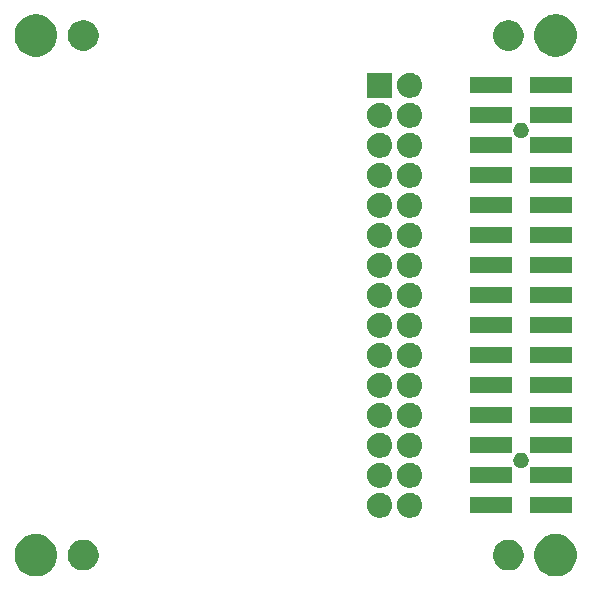
<source format=gbr>
G04 #@! TF.GenerationSoftware,KiCad,Pcbnew,5.0.2-bee76a0~70~ubuntu18.04.1*
G04 #@! TF.CreationDate,2019-05-12T18:15:27+09:00*
G04 #@! TF.ProjectId,top_pcb,746f705f-7063-4622-9e6b-696361645f70,rev?*
G04 #@! TF.SameCoordinates,Original*
G04 #@! TF.FileFunction,Soldermask,Top*
G04 #@! TF.FilePolarity,Negative*
%FSLAX46Y46*%
G04 Gerber Fmt 4.6, Leading zero omitted, Abs format (unit mm)*
G04 Created by KiCad (PCBNEW 5.0.2-bee76a0~70~ubuntu18.04.1) date 2019年05月12日 18時15分27秒*
%MOMM*%
%LPD*%
G01*
G04 APERTURE LIST*
%ADD10C,0.100000*%
G04 APERTURE END LIST*
D10*
G36*
X147409122Y-95246115D02*
X147525041Y-95269173D01*
X147852620Y-95404861D01*
X148143511Y-95599228D01*
X148147436Y-95601851D01*
X148398149Y-95852564D01*
X148398151Y-95852567D01*
X148595139Y-96147380D01*
X148730827Y-96474959D01*
X148800000Y-96822716D01*
X148800000Y-97177284D01*
X148730827Y-97525041D01*
X148595139Y-97852620D01*
X148400772Y-98143511D01*
X148398149Y-98147436D01*
X148147436Y-98398149D01*
X148147433Y-98398151D01*
X147852620Y-98595139D01*
X147525041Y-98730827D01*
X147409122Y-98753885D01*
X147177286Y-98800000D01*
X146822714Y-98800000D01*
X146590878Y-98753885D01*
X146474959Y-98730827D01*
X146147380Y-98595139D01*
X145852567Y-98398151D01*
X145852564Y-98398149D01*
X145601851Y-98147436D01*
X145599228Y-98143511D01*
X145404861Y-97852620D01*
X145269173Y-97525041D01*
X145200000Y-97177284D01*
X145200000Y-96822716D01*
X145269173Y-96474959D01*
X145404861Y-96147380D01*
X145601849Y-95852567D01*
X145601851Y-95852564D01*
X145852564Y-95601851D01*
X145856489Y-95599228D01*
X146147380Y-95404861D01*
X146474959Y-95269173D01*
X146590878Y-95246115D01*
X146822714Y-95200000D01*
X147177286Y-95200000D01*
X147409122Y-95246115D01*
X147409122Y-95246115D01*
G37*
G36*
X103409122Y-95246115D02*
X103525041Y-95269173D01*
X103852620Y-95404861D01*
X104143511Y-95599228D01*
X104147436Y-95601851D01*
X104398149Y-95852564D01*
X104398151Y-95852567D01*
X104595139Y-96147380D01*
X104730827Y-96474959D01*
X104800000Y-96822716D01*
X104800000Y-97177284D01*
X104730827Y-97525041D01*
X104595139Y-97852620D01*
X104400772Y-98143511D01*
X104398149Y-98147436D01*
X104147436Y-98398149D01*
X104147433Y-98398151D01*
X103852620Y-98595139D01*
X103525041Y-98730827D01*
X103409122Y-98753885D01*
X103177286Y-98800000D01*
X102822714Y-98800000D01*
X102590878Y-98753885D01*
X102474959Y-98730827D01*
X102147380Y-98595139D01*
X101852567Y-98398151D01*
X101852564Y-98398149D01*
X101601851Y-98147436D01*
X101599228Y-98143511D01*
X101404861Y-97852620D01*
X101269173Y-97525041D01*
X101200000Y-97177284D01*
X101200000Y-96822716D01*
X101269173Y-96474959D01*
X101404861Y-96147380D01*
X101601849Y-95852567D01*
X101601851Y-95852564D01*
X101852564Y-95601851D01*
X101856489Y-95599228D01*
X102147380Y-95404861D01*
X102474959Y-95269173D01*
X102590878Y-95246115D01*
X102822714Y-95200000D01*
X103177286Y-95200000D01*
X103409122Y-95246115D01*
X103409122Y-95246115D01*
G37*
G36*
X107379196Y-95749958D02*
X107615780Y-95847954D01*
X107828705Y-95990226D01*
X108009774Y-96171295D01*
X108152046Y-96384220D01*
X108250042Y-96620804D01*
X108300000Y-96871960D01*
X108300000Y-97128040D01*
X108250042Y-97379196D01*
X108152046Y-97615780D01*
X108009774Y-97828705D01*
X107828705Y-98009774D01*
X107615780Y-98152046D01*
X107379196Y-98250042D01*
X107128040Y-98300000D01*
X106871960Y-98300000D01*
X106620804Y-98250042D01*
X106384220Y-98152046D01*
X106171295Y-98009774D01*
X105990226Y-97828705D01*
X105847954Y-97615780D01*
X105749958Y-97379196D01*
X105700000Y-97128040D01*
X105700000Y-96871960D01*
X105749958Y-96620804D01*
X105847954Y-96384220D01*
X105990226Y-96171295D01*
X106171295Y-95990226D01*
X106384220Y-95847954D01*
X106620804Y-95749958D01*
X106871960Y-95700000D01*
X107128040Y-95700000D01*
X107379196Y-95749958D01*
X107379196Y-95749958D01*
G37*
G36*
X143379196Y-95749958D02*
X143615780Y-95847954D01*
X143828705Y-95990226D01*
X144009774Y-96171295D01*
X144152046Y-96384220D01*
X144250042Y-96620804D01*
X144300000Y-96871960D01*
X144300000Y-97128040D01*
X144250042Y-97379196D01*
X144152046Y-97615780D01*
X144009774Y-97828705D01*
X143828705Y-98009774D01*
X143615780Y-98152046D01*
X143379196Y-98250042D01*
X143128040Y-98300000D01*
X142871960Y-98300000D01*
X142620804Y-98250042D01*
X142384220Y-98152046D01*
X142171295Y-98009774D01*
X141990226Y-97828705D01*
X141847954Y-97615780D01*
X141749958Y-97379196D01*
X141700000Y-97128040D01*
X141700000Y-96871960D01*
X141749958Y-96620804D01*
X141847954Y-96384220D01*
X141990226Y-96171295D01*
X142171295Y-95990226D01*
X142384220Y-95847954D01*
X142620804Y-95749958D01*
X142871960Y-95700000D01*
X143128040Y-95700000D01*
X143379196Y-95749958D01*
X143379196Y-95749958D01*
G37*
G36*
X134773707Y-91737597D02*
X134850836Y-91745193D01*
X134982787Y-91785220D01*
X135048763Y-91805233D01*
X135231172Y-91902733D01*
X135391054Y-92033946D01*
X135522267Y-92193828D01*
X135619767Y-92376237D01*
X135619767Y-92376238D01*
X135679807Y-92574164D01*
X135700080Y-92780000D01*
X135679807Y-92985836D01*
X135639780Y-93117787D01*
X135619767Y-93183763D01*
X135522267Y-93366172D01*
X135391054Y-93526054D01*
X135231172Y-93657267D01*
X135048763Y-93754767D01*
X134982787Y-93774780D01*
X134850836Y-93814807D01*
X134773707Y-93822403D01*
X134696580Y-93830000D01*
X134593420Y-93830000D01*
X134516293Y-93822403D01*
X134439164Y-93814807D01*
X134307213Y-93774780D01*
X134241237Y-93754767D01*
X134058828Y-93657267D01*
X133898946Y-93526054D01*
X133767733Y-93366172D01*
X133670233Y-93183763D01*
X133650220Y-93117787D01*
X133610193Y-92985836D01*
X133589920Y-92780000D01*
X133610193Y-92574164D01*
X133670233Y-92376238D01*
X133670233Y-92376237D01*
X133767733Y-92193828D01*
X133898946Y-92033946D01*
X134058828Y-91902733D01*
X134241237Y-91805233D01*
X134307213Y-91785220D01*
X134439164Y-91745193D01*
X134516293Y-91737597D01*
X134593420Y-91730000D01*
X134696580Y-91730000D01*
X134773707Y-91737597D01*
X134773707Y-91737597D01*
G37*
G36*
X132233707Y-91737597D02*
X132310836Y-91745193D01*
X132442787Y-91785220D01*
X132508763Y-91805233D01*
X132691172Y-91902733D01*
X132851054Y-92033946D01*
X132982267Y-92193828D01*
X133079767Y-92376237D01*
X133079767Y-92376238D01*
X133139807Y-92574164D01*
X133160080Y-92780000D01*
X133139807Y-92985836D01*
X133099780Y-93117787D01*
X133079767Y-93183763D01*
X132982267Y-93366172D01*
X132851054Y-93526054D01*
X132691172Y-93657267D01*
X132508763Y-93754767D01*
X132442787Y-93774780D01*
X132310836Y-93814807D01*
X132233707Y-93822403D01*
X132156580Y-93830000D01*
X132053420Y-93830000D01*
X131976293Y-93822403D01*
X131899164Y-93814807D01*
X131767213Y-93774780D01*
X131701237Y-93754767D01*
X131518828Y-93657267D01*
X131358946Y-93526054D01*
X131227733Y-93366172D01*
X131130233Y-93183763D01*
X131110220Y-93117787D01*
X131070193Y-92985836D01*
X131049920Y-92780000D01*
X131070193Y-92574164D01*
X131130233Y-92376238D01*
X131130233Y-92376237D01*
X131227733Y-92193828D01*
X131358946Y-92033946D01*
X131518828Y-91902733D01*
X131701237Y-91805233D01*
X131767213Y-91785220D01*
X131899164Y-91745193D01*
X131976293Y-91737597D01*
X132053420Y-91730000D01*
X132156580Y-91730000D01*
X132233707Y-91737597D01*
X132233707Y-91737597D01*
G37*
G36*
X143324000Y-93480000D02*
X139774000Y-93480000D01*
X139774000Y-92080000D01*
X143324000Y-92080000D01*
X143324000Y-93480000D01*
X143324000Y-93480000D01*
G37*
G36*
X148374000Y-93480000D02*
X144824000Y-93480000D01*
X144824000Y-92080000D01*
X148374000Y-92080000D01*
X148374000Y-93480000D01*
X148374000Y-93480000D01*
G37*
G36*
X134773707Y-89197597D02*
X134850836Y-89205193D01*
X134982787Y-89245220D01*
X135048763Y-89265233D01*
X135231172Y-89362733D01*
X135391054Y-89493946D01*
X135522267Y-89653828D01*
X135619767Y-89836237D01*
X135619767Y-89836238D01*
X135679807Y-90034164D01*
X135700080Y-90240000D01*
X135679807Y-90445836D01*
X135639780Y-90577787D01*
X135619767Y-90643763D01*
X135522267Y-90826172D01*
X135391054Y-90986054D01*
X135231172Y-91117267D01*
X135048763Y-91214767D01*
X134982787Y-91234780D01*
X134850836Y-91274807D01*
X134773707Y-91282404D01*
X134696580Y-91290000D01*
X134593420Y-91290000D01*
X134516293Y-91282404D01*
X134439164Y-91274807D01*
X134307213Y-91234780D01*
X134241237Y-91214767D01*
X134058828Y-91117267D01*
X133898946Y-90986054D01*
X133767733Y-90826172D01*
X133670233Y-90643763D01*
X133650220Y-90577787D01*
X133610193Y-90445836D01*
X133589920Y-90240000D01*
X133610193Y-90034164D01*
X133670233Y-89836238D01*
X133670233Y-89836237D01*
X133767733Y-89653828D01*
X133898946Y-89493946D01*
X134058828Y-89362733D01*
X134241237Y-89265233D01*
X134307213Y-89245220D01*
X134439164Y-89205193D01*
X134516293Y-89197597D01*
X134593420Y-89190000D01*
X134696580Y-89190000D01*
X134773707Y-89197597D01*
X134773707Y-89197597D01*
G37*
G36*
X132233707Y-89197597D02*
X132310836Y-89205193D01*
X132442787Y-89245220D01*
X132508763Y-89265233D01*
X132691172Y-89362733D01*
X132851054Y-89493946D01*
X132982267Y-89653828D01*
X133079767Y-89836237D01*
X133079767Y-89836238D01*
X133139807Y-90034164D01*
X133160080Y-90240000D01*
X133139807Y-90445836D01*
X133099780Y-90577787D01*
X133079767Y-90643763D01*
X132982267Y-90826172D01*
X132851054Y-90986054D01*
X132691172Y-91117267D01*
X132508763Y-91214767D01*
X132442787Y-91234780D01*
X132310836Y-91274807D01*
X132233707Y-91282404D01*
X132156580Y-91290000D01*
X132053420Y-91290000D01*
X131976293Y-91282404D01*
X131899164Y-91274807D01*
X131767213Y-91234780D01*
X131701237Y-91214767D01*
X131518828Y-91117267D01*
X131358946Y-90986054D01*
X131227733Y-90826172D01*
X131130233Y-90643763D01*
X131110220Y-90577787D01*
X131070193Y-90445836D01*
X131049920Y-90240000D01*
X131070193Y-90034164D01*
X131130233Y-89836238D01*
X131130233Y-89836237D01*
X131227733Y-89653828D01*
X131358946Y-89493946D01*
X131518828Y-89362733D01*
X131701237Y-89265233D01*
X131767213Y-89245220D01*
X131899164Y-89205193D01*
X131976293Y-89197597D01*
X132053420Y-89190000D01*
X132156580Y-89190000D01*
X132233707Y-89197597D01*
X132233707Y-89197597D01*
G37*
G36*
X143324000Y-90940000D02*
X139774000Y-90940000D01*
X139774000Y-89540000D01*
X143324000Y-89540000D01*
X143324000Y-90940000D01*
X143324000Y-90940000D01*
G37*
G36*
X148374000Y-90940000D02*
X144824000Y-90940000D01*
X144824000Y-89540000D01*
X148374000Y-89540000D01*
X148374000Y-90940000D01*
X148374000Y-90940000D01*
G37*
G36*
X144221738Y-88336653D02*
X144263598Y-88344979D01*
X144298245Y-88359330D01*
X144381890Y-88393977D01*
X144488354Y-88465114D01*
X144578886Y-88555646D01*
X144595066Y-88579861D01*
X144600656Y-88586673D01*
X144604811Y-88594446D01*
X144650023Y-88662111D01*
X144699021Y-88780403D01*
X144724000Y-88905979D01*
X144724000Y-89034021D01*
X144699021Y-89159597D01*
X144650023Y-89277889D01*
X144604811Y-89345554D01*
X144600656Y-89353328D01*
X144595066Y-89360139D01*
X144578886Y-89384354D01*
X144488354Y-89474886D01*
X144381890Y-89546023D01*
X144298245Y-89580670D01*
X144263598Y-89595021D01*
X144221738Y-89603347D01*
X144138021Y-89620000D01*
X144009979Y-89620000D01*
X143926262Y-89603347D01*
X143884402Y-89595021D01*
X143849755Y-89580670D01*
X143766110Y-89546023D01*
X143659646Y-89474886D01*
X143569114Y-89384354D01*
X143552934Y-89360139D01*
X143547344Y-89353327D01*
X143543189Y-89345554D01*
X143497977Y-89277889D01*
X143448979Y-89159597D01*
X143424000Y-89034021D01*
X143424000Y-88905979D01*
X143448979Y-88780403D01*
X143497977Y-88662111D01*
X143543189Y-88594446D01*
X143547344Y-88586672D01*
X143552934Y-88579861D01*
X143569114Y-88555646D01*
X143659646Y-88465114D01*
X143766110Y-88393977D01*
X143849755Y-88359330D01*
X143884402Y-88344979D01*
X143926262Y-88336653D01*
X144009979Y-88320000D01*
X144138021Y-88320000D01*
X144221738Y-88336653D01*
X144221738Y-88336653D01*
G37*
G36*
X134773707Y-86657597D02*
X134850836Y-86665193D01*
X134982787Y-86705220D01*
X135048763Y-86725233D01*
X135231172Y-86822733D01*
X135391054Y-86953946D01*
X135522267Y-87113828D01*
X135619767Y-87296237D01*
X135619767Y-87296238D01*
X135679807Y-87494164D01*
X135700080Y-87700000D01*
X135679807Y-87905836D01*
X135639780Y-88037787D01*
X135619767Y-88103763D01*
X135522267Y-88286172D01*
X135391054Y-88446054D01*
X135231172Y-88577267D01*
X135048763Y-88674767D01*
X134982787Y-88694780D01*
X134850836Y-88734807D01*
X134773707Y-88742403D01*
X134696580Y-88750000D01*
X134593420Y-88750000D01*
X134516293Y-88742403D01*
X134439164Y-88734807D01*
X134307213Y-88694780D01*
X134241237Y-88674767D01*
X134058828Y-88577267D01*
X133898946Y-88446054D01*
X133767733Y-88286172D01*
X133670233Y-88103763D01*
X133650220Y-88037787D01*
X133610193Y-87905836D01*
X133589920Y-87700000D01*
X133610193Y-87494164D01*
X133670233Y-87296238D01*
X133670233Y-87296237D01*
X133767733Y-87113828D01*
X133898946Y-86953946D01*
X134058828Y-86822733D01*
X134241237Y-86725233D01*
X134307213Y-86705220D01*
X134439164Y-86665193D01*
X134516293Y-86657597D01*
X134593420Y-86650000D01*
X134696580Y-86650000D01*
X134773707Y-86657597D01*
X134773707Y-86657597D01*
G37*
G36*
X132233707Y-86657597D02*
X132310836Y-86665193D01*
X132442787Y-86705220D01*
X132508763Y-86725233D01*
X132691172Y-86822733D01*
X132851054Y-86953946D01*
X132982267Y-87113828D01*
X133079767Y-87296237D01*
X133079767Y-87296238D01*
X133139807Y-87494164D01*
X133160080Y-87700000D01*
X133139807Y-87905836D01*
X133099780Y-88037787D01*
X133079767Y-88103763D01*
X132982267Y-88286172D01*
X132851054Y-88446054D01*
X132691172Y-88577267D01*
X132508763Y-88674767D01*
X132442787Y-88694780D01*
X132310836Y-88734807D01*
X132233707Y-88742403D01*
X132156580Y-88750000D01*
X132053420Y-88750000D01*
X131976293Y-88742403D01*
X131899164Y-88734807D01*
X131767213Y-88694780D01*
X131701237Y-88674767D01*
X131518828Y-88577267D01*
X131358946Y-88446054D01*
X131227733Y-88286172D01*
X131130233Y-88103763D01*
X131110220Y-88037787D01*
X131070193Y-87905836D01*
X131049920Y-87700000D01*
X131070193Y-87494164D01*
X131130233Y-87296238D01*
X131130233Y-87296237D01*
X131227733Y-87113828D01*
X131358946Y-86953946D01*
X131518828Y-86822733D01*
X131701237Y-86725233D01*
X131767213Y-86705220D01*
X131899164Y-86665193D01*
X131976293Y-86657597D01*
X132053420Y-86650000D01*
X132156580Y-86650000D01*
X132233707Y-86657597D01*
X132233707Y-86657597D01*
G37*
G36*
X143324000Y-88400000D02*
X139774000Y-88400000D01*
X139774000Y-87000000D01*
X143324000Y-87000000D01*
X143324000Y-88400000D01*
X143324000Y-88400000D01*
G37*
G36*
X148374000Y-88400000D02*
X144824000Y-88400000D01*
X144824000Y-87000000D01*
X148374000Y-87000000D01*
X148374000Y-88400000D01*
X148374000Y-88400000D01*
G37*
G36*
X134773707Y-84117597D02*
X134850836Y-84125193D01*
X134982787Y-84165220D01*
X135048763Y-84185233D01*
X135231172Y-84282733D01*
X135391054Y-84413946D01*
X135522267Y-84573828D01*
X135619767Y-84756237D01*
X135619767Y-84756238D01*
X135679807Y-84954164D01*
X135700080Y-85160000D01*
X135679807Y-85365836D01*
X135639780Y-85497787D01*
X135619767Y-85563763D01*
X135522267Y-85746172D01*
X135391054Y-85906054D01*
X135231172Y-86037267D01*
X135048763Y-86134767D01*
X134982787Y-86154780D01*
X134850836Y-86194807D01*
X134773707Y-86202404D01*
X134696580Y-86210000D01*
X134593420Y-86210000D01*
X134516293Y-86202404D01*
X134439164Y-86194807D01*
X134307213Y-86154780D01*
X134241237Y-86134767D01*
X134058828Y-86037267D01*
X133898946Y-85906054D01*
X133767733Y-85746172D01*
X133670233Y-85563763D01*
X133650220Y-85497787D01*
X133610193Y-85365836D01*
X133589920Y-85160000D01*
X133610193Y-84954164D01*
X133670233Y-84756238D01*
X133670233Y-84756237D01*
X133767733Y-84573828D01*
X133898946Y-84413946D01*
X134058828Y-84282733D01*
X134241237Y-84185233D01*
X134307213Y-84165220D01*
X134439164Y-84125193D01*
X134516293Y-84117597D01*
X134593420Y-84110000D01*
X134696580Y-84110000D01*
X134773707Y-84117597D01*
X134773707Y-84117597D01*
G37*
G36*
X132233707Y-84117597D02*
X132310836Y-84125193D01*
X132442787Y-84165220D01*
X132508763Y-84185233D01*
X132691172Y-84282733D01*
X132851054Y-84413946D01*
X132982267Y-84573828D01*
X133079767Y-84756237D01*
X133079767Y-84756238D01*
X133139807Y-84954164D01*
X133160080Y-85160000D01*
X133139807Y-85365836D01*
X133099780Y-85497787D01*
X133079767Y-85563763D01*
X132982267Y-85746172D01*
X132851054Y-85906054D01*
X132691172Y-86037267D01*
X132508763Y-86134767D01*
X132442787Y-86154780D01*
X132310836Y-86194807D01*
X132233707Y-86202404D01*
X132156580Y-86210000D01*
X132053420Y-86210000D01*
X131976293Y-86202404D01*
X131899164Y-86194807D01*
X131767213Y-86154780D01*
X131701237Y-86134767D01*
X131518828Y-86037267D01*
X131358946Y-85906054D01*
X131227733Y-85746172D01*
X131130233Y-85563763D01*
X131110220Y-85497787D01*
X131070193Y-85365836D01*
X131049920Y-85160000D01*
X131070193Y-84954164D01*
X131130233Y-84756238D01*
X131130233Y-84756237D01*
X131227733Y-84573828D01*
X131358946Y-84413946D01*
X131518828Y-84282733D01*
X131701237Y-84185233D01*
X131767213Y-84165220D01*
X131899164Y-84125193D01*
X131976293Y-84117597D01*
X132053420Y-84110000D01*
X132156580Y-84110000D01*
X132233707Y-84117597D01*
X132233707Y-84117597D01*
G37*
G36*
X143324000Y-85860000D02*
X139774000Y-85860000D01*
X139774000Y-84460000D01*
X143324000Y-84460000D01*
X143324000Y-85860000D01*
X143324000Y-85860000D01*
G37*
G36*
X148374000Y-85860000D02*
X144824000Y-85860000D01*
X144824000Y-84460000D01*
X148374000Y-84460000D01*
X148374000Y-85860000D01*
X148374000Y-85860000D01*
G37*
G36*
X134773707Y-81577597D02*
X134850836Y-81585193D01*
X134982787Y-81625220D01*
X135048763Y-81645233D01*
X135231172Y-81742733D01*
X135391054Y-81873946D01*
X135522267Y-82033828D01*
X135619767Y-82216237D01*
X135619767Y-82216238D01*
X135679807Y-82414164D01*
X135700080Y-82620000D01*
X135679807Y-82825836D01*
X135639780Y-82957787D01*
X135619767Y-83023763D01*
X135522267Y-83206172D01*
X135391054Y-83366054D01*
X135231172Y-83497267D01*
X135048763Y-83594767D01*
X134982787Y-83614780D01*
X134850836Y-83654807D01*
X134773707Y-83662403D01*
X134696580Y-83670000D01*
X134593420Y-83670000D01*
X134516293Y-83662403D01*
X134439164Y-83654807D01*
X134307213Y-83614780D01*
X134241237Y-83594767D01*
X134058828Y-83497267D01*
X133898946Y-83366054D01*
X133767733Y-83206172D01*
X133670233Y-83023763D01*
X133650220Y-82957787D01*
X133610193Y-82825836D01*
X133589920Y-82620000D01*
X133610193Y-82414164D01*
X133670233Y-82216238D01*
X133670233Y-82216237D01*
X133767733Y-82033828D01*
X133898946Y-81873946D01*
X134058828Y-81742733D01*
X134241237Y-81645233D01*
X134307213Y-81625220D01*
X134439164Y-81585193D01*
X134516293Y-81577597D01*
X134593420Y-81570000D01*
X134696580Y-81570000D01*
X134773707Y-81577597D01*
X134773707Y-81577597D01*
G37*
G36*
X132233707Y-81577597D02*
X132310836Y-81585193D01*
X132442787Y-81625220D01*
X132508763Y-81645233D01*
X132691172Y-81742733D01*
X132851054Y-81873946D01*
X132982267Y-82033828D01*
X133079767Y-82216237D01*
X133079767Y-82216238D01*
X133139807Y-82414164D01*
X133160080Y-82620000D01*
X133139807Y-82825836D01*
X133099780Y-82957787D01*
X133079767Y-83023763D01*
X132982267Y-83206172D01*
X132851054Y-83366054D01*
X132691172Y-83497267D01*
X132508763Y-83594767D01*
X132442787Y-83614780D01*
X132310836Y-83654807D01*
X132233707Y-83662403D01*
X132156580Y-83670000D01*
X132053420Y-83670000D01*
X131976293Y-83662403D01*
X131899164Y-83654807D01*
X131767213Y-83614780D01*
X131701237Y-83594767D01*
X131518828Y-83497267D01*
X131358946Y-83366054D01*
X131227733Y-83206172D01*
X131130233Y-83023763D01*
X131110220Y-82957787D01*
X131070193Y-82825836D01*
X131049920Y-82620000D01*
X131070193Y-82414164D01*
X131130233Y-82216238D01*
X131130233Y-82216237D01*
X131227733Y-82033828D01*
X131358946Y-81873946D01*
X131518828Y-81742733D01*
X131701237Y-81645233D01*
X131767213Y-81625220D01*
X131899164Y-81585193D01*
X131976293Y-81577597D01*
X132053420Y-81570000D01*
X132156580Y-81570000D01*
X132233707Y-81577597D01*
X132233707Y-81577597D01*
G37*
G36*
X143324000Y-83320000D02*
X139774000Y-83320000D01*
X139774000Y-81920000D01*
X143324000Y-81920000D01*
X143324000Y-83320000D01*
X143324000Y-83320000D01*
G37*
G36*
X148374000Y-83320000D02*
X144824000Y-83320000D01*
X144824000Y-81920000D01*
X148374000Y-81920000D01*
X148374000Y-83320000D01*
X148374000Y-83320000D01*
G37*
G36*
X134773707Y-79037597D02*
X134850836Y-79045193D01*
X134982787Y-79085220D01*
X135048763Y-79105233D01*
X135231172Y-79202733D01*
X135391054Y-79333946D01*
X135522267Y-79493828D01*
X135619767Y-79676237D01*
X135619767Y-79676238D01*
X135679807Y-79874164D01*
X135700080Y-80080000D01*
X135679807Y-80285836D01*
X135639780Y-80417787D01*
X135619767Y-80483763D01*
X135522267Y-80666172D01*
X135391054Y-80826054D01*
X135231172Y-80957267D01*
X135048763Y-81054767D01*
X134982787Y-81074780D01*
X134850836Y-81114807D01*
X134773707Y-81122404D01*
X134696580Y-81130000D01*
X134593420Y-81130000D01*
X134516293Y-81122404D01*
X134439164Y-81114807D01*
X134307213Y-81074780D01*
X134241237Y-81054767D01*
X134058828Y-80957267D01*
X133898946Y-80826054D01*
X133767733Y-80666172D01*
X133670233Y-80483763D01*
X133650220Y-80417787D01*
X133610193Y-80285836D01*
X133589920Y-80080000D01*
X133610193Y-79874164D01*
X133670233Y-79676238D01*
X133670233Y-79676237D01*
X133767733Y-79493828D01*
X133898946Y-79333946D01*
X134058828Y-79202733D01*
X134241237Y-79105233D01*
X134307213Y-79085220D01*
X134439164Y-79045193D01*
X134516293Y-79037597D01*
X134593420Y-79030000D01*
X134696580Y-79030000D01*
X134773707Y-79037597D01*
X134773707Y-79037597D01*
G37*
G36*
X132233707Y-79037597D02*
X132310836Y-79045193D01*
X132442787Y-79085220D01*
X132508763Y-79105233D01*
X132691172Y-79202733D01*
X132851054Y-79333946D01*
X132982267Y-79493828D01*
X133079767Y-79676237D01*
X133079767Y-79676238D01*
X133139807Y-79874164D01*
X133160080Y-80080000D01*
X133139807Y-80285836D01*
X133099780Y-80417787D01*
X133079767Y-80483763D01*
X132982267Y-80666172D01*
X132851054Y-80826054D01*
X132691172Y-80957267D01*
X132508763Y-81054767D01*
X132442787Y-81074780D01*
X132310836Y-81114807D01*
X132233707Y-81122404D01*
X132156580Y-81130000D01*
X132053420Y-81130000D01*
X131976293Y-81122404D01*
X131899164Y-81114807D01*
X131767213Y-81074780D01*
X131701237Y-81054767D01*
X131518828Y-80957267D01*
X131358946Y-80826054D01*
X131227733Y-80666172D01*
X131130233Y-80483763D01*
X131110220Y-80417787D01*
X131070193Y-80285836D01*
X131049920Y-80080000D01*
X131070193Y-79874164D01*
X131130233Y-79676238D01*
X131130233Y-79676237D01*
X131227733Y-79493828D01*
X131358946Y-79333946D01*
X131518828Y-79202733D01*
X131701237Y-79105233D01*
X131767213Y-79085220D01*
X131899164Y-79045193D01*
X131976293Y-79037597D01*
X132053420Y-79030000D01*
X132156580Y-79030000D01*
X132233707Y-79037597D01*
X132233707Y-79037597D01*
G37*
G36*
X148374000Y-80780000D02*
X144824000Y-80780000D01*
X144824000Y-79380000D01*
X148374000Y-79380000D01*
X148374000Y-80780000D01*
X148374000Y-80780000D01*
G37*
G36*
X143324000Y-80780000D02*
X139774000Y-80780000D01*
X139774000Y-79380000D01*
X143324000Y-79380000D01*
X143324000Y-80780000D01*
X143324000Y-80780000D01*
G37*
G36*
X134773707Y-76497597D02*
X134850836Y-76505193D01*
X134982787Y-76545220D01*
X135048763Y-76565233D01*
X135231172Y-76662733D01*
X135391054Y-76793946D01*
X135522267Y-76953828D01*
X135619767Y-77136237D01*
X135619767Y-77136238D01*
X135679807Y-77334164D01*
X135700080Y-77540000D01*
X135679807Y-77745836D01*
X135639780Y-77877787D01*
X135619767Y-77943763D01*
X135522267Y-78126172D01*
X135391054Y-78286054D01*
X135231172Y-78417267D01*
X135048763Y-78514767D01*
X134982787Y-78534780D01*
X134850836Y-78574807D01*
X134773707Y-78582404D01*
X134696580Y-78590000D01*
X134593420Y-78590000D01*
X134516293Y-78582404D01*
X134439164Y-78574807D01*
X134307213Y-78534780D01*
X134241237Y-78514767D01*
X134058828Y-78417267D01*
X133898946Y-78286054D01*
X133767733Y-78126172D01*
X133670233Y-77943763D01*
X133650220Y-77877787D01*
X133610193Y-77745836D01*
X133589920Y-77540000D01*
X133610193Y-77334164D01*
X133670233Y-77136238D01*
X133670233Y-77136237D01*
X133767733Y-76953828D01*
X133898946Y-76793946D01*
X134058828Y-76662733D01*
X134241237Y-76565233D01*
X134307213Y-76545220D01*
X134439164Y-76505193D01*
X134516293Y-76497597D01*
X134593420Y-76490000D01*
X134696580Y-76490000D01*
X134773707Y-76497597D01*
X134773707Y-76497597D01*
G37*
G36*
X132233707Y-76497597D02*
X132310836Y-76505193D01*
X132442787Y-76545220D01*
X132508763Y-76565233D01*
X132691172Y-76662733D01*
X132851054Y-76793946D01*
X132982267Y-76953828D01*
X133079767Y-77136237D01*
X133079767Y-77136238D01*
X133139807Y-77334164D01*
X133160080Y-77540000D01*
X133139807Y-77745836D01*
X133099780Y-77877787D01*
X133079767Y-77943763D01*
X132982267Y-78126172D01*
X132851054Y-78286054D01*
X132691172Y-78417267D01*
X132508763Y-78514767D01*
X132442787Y-78534780D01*
X132310836Y-78574807D01*
X132233707Y-78582404D01*
X132156580Y-78590000D01*
X132053420Y-78590000D01*
X131976293Y-78582404D01*
X131899164Y-78574807D01*
X131767213Y-78534780D01*
X131701237Y-78514767D01*
X131518828Y-78417267D01*
X131358946Y-78286054D01*
X131227733Y-78126172D01*
X131130233Y-77943763D01*
X131110220Y-77877787D01*
X131070193Y-77745836D01*
X131049920Y-77540000D01*
X131070193Y-77334164D01*
X131130233Y-77136238D01*
X131130233Y-77136237D01*
X131227733Y-76953828D01*
X131358946Y-76793946D01*
X131518828Y-76662733D01*
X131701237Y-76565233D01*
X131767213Y-76545220D01*
X131899164Y-76505193D01*
X131976293Y-76497597D01*
X132053420Y-76490000D01*
X132156580Y-76490000D01*
X132233707Y-76497597D01*
X132233707Y-76497597D01*
G37*
G36*
X148374000Y-78240000D02*
X144824000Y-78240000D01*
X144824000Y-76840000D01*
X148374000Y-76840000D01*
X148374000Y-78240000D01*
X148374000Y-78240000D01*
G37*
G36*
X143324000Y-78240000D02*
X139774000Y-78240000D01*
X139774000Y-76840000D01*
X143324000Y-76840000D01*
X143324000Y-78240000D01*
X143324000Y-78240000D01*
G37*
G36*
X134773707Y-73957596D02*
X134850836Y-73965193D01*
X134982787Y-74005220D01*
X135048763Y-74025233D01*
X135231172Y-74122733D01*
X135391054Y-74253946D01*
X135522267Y-74413828D01*
X135619767Y-74596237D01*
X135619767Y-74596238D01*
X135679807Y-74794164D01*
X135700080Y-75000000D01*
X135679807Y-75205836D01*
X135639780Y-75337787D01*
X135619767Y-75403763D01*
X135522267Y-75586172D01*
X135391054Y-75746054D01*
X135231172Y-75877267D01*
X135048763Y-75974767D01*
X134982787Y-75994780D01*
X134850836Y-76034807D01*
X134773707Y-76042404D01*
X134696580Y-76050000D01*
X134593420Y-76050000D01*
X134516293Y-76042404D01*
X134439164Y-76034807D01*
X134307213Y-75994780D01*
X134241237Y-75974767D01*
X134058828Y-75877267D01*
X133898946Y-75746054D01*
X133767733Y-75586172D01*
X133670233Y-75403763D01*
X133650220Y-75337787D01*
X133610193Y-75205836D01*
X133589920Y-75000000D01*
X133610193Y-74794164D01*
X133670233Y-74596238D01*
X133670233Y-74596237D01*
X133767733Y-74413828D01*
X133898946Y-74253946D01*
X134058828Y-74122733D01*
X134241237Y-74025233D01*
X134307213Y-74005220D01*
X134439164Y-73965193D01*
X134516293Y-73957596D01*
X134593420Y-73950000D01*
X134696580Y-73950000D01*
X134773707Y-73957596D01*
X134773707Y-73957596D01*
G37*
G36*
X132233707Y-73957596D02*
X132310836Y-73965193D01*
X132442787Y-74005220D01*
X132508763Y-74025233D01*
X132691172Y-74122733D01*
X132851054Y-74253946D01*
X132982267Y-74413828D01*
X133079767Y-74596237D01*
X133079767Y-74596238D01*
X133139807Y-74794164D01*
X133160080Y-75000000D01*
X133139807Y-75205836D01*
X133099780Y-75337787D01*
X133079767Y-75403763D01*
X132982267Y-75586172D01*
X132851054Y-75746054D01*
X132691172Y-75877267D01*
X132508763Y-75974767D01*
X132442787Y-75994780D01*
X132310836Y-76034807D01*
X132233707Y-76042404D01*
X132156580Y-76050000D01*
X132053420Y-76050000D01*
X131976293Y-76042404D01*
X131899164Y-76034807D01*
X131767213Y-75994780D01*
X131701237Y-75974767D01*
X131518828Y-75877267D01*
X131358946Y-75746054D01*
X131227733Y-75586172D01*
X131130233Y-75403763D01*
X131110220Y-75337787D01*
X131070193Y-75205836D01*
X131049920Y-75000000D01*
X131070193Y-74794164D01*
X131130233Y-74596238D01*
X131130233Y-74596237D01*
X131227733Y-74413828D01*
X131358946Y-74253946D01*
X131518828Y-74122733D01*
X131701237Y-74025233D01*
X131767213Y-74005220D01*
X131899164Y-73965193D01*
X131976293Y-73957596D01*
X132053420Y-73950000D01*
X132156580Y-73950000D01*
X132233707Y-73957596D01*
X132233707Y-73957596D01*
G37*
G36*
X143324000Y-75700000D02*
X139774000Y-75700000D01*
X139774000Y-74300000D01*
X143324000Y-74300000D01*
X143324000Y-75700000D01*
X143324000Y-75700000D01*
G37*
G36*
X148374000Y-75700000D02*
X144824000Y-75700000D01*
X144824000Y-74300000D01*
X148374000Y-74300000D01*
X148374000Y-75700000D01*
X148374000Y-75700000D01*
G37*
G36*
X132233707Y-71417596D02*
X132310836Y-71425193D01*
X132442787Y-71465220D01*
X132508763Y-71485233D01*
X132691172Y-71582733D01*
X132851054Y-71713946D01*
X132982267Y-71873828D01*
X133079767Y-72056237D01*
X133079767Y-72056238D01*
X133139807Y-72254164D01*
X133160080Y-72460000D01*
X133139807Y-72665836D01*
X133099780Y-72797787D01*
X133079767Y-72863763D01*
X132982267Y-73046172D01*
X132851054Y-73206054D01*
X132691172Y-73337267D01*
X132508763Y-73434767D01*
X132442787Y-73454780D01*
X132310836Y-73494807D01*
X132233707Y-73502404D01*
X132156580Y-73510000D01*
X132053420Y-73510000D01*
X131976293Y-73502404D01*
X131899164Y-73494807D01*
X131767213Y-73454780D01*
X131701237Y-73434767D01*
X131518828Y-73337267D01*
X131358946Y-73206054D01*
X131227733Y-73046172D01*
X131130233Y-72863763D01*
X131110220Y-72797787D01*
X131070193Y-72665836D01*
X131049920Y-72460000D01*
X131070193Y-72254164D01*
X131130233Y-72056238D01*
X131130233Y-72056237D01*
X131227733Y-71873828D01*
X131358946Y-71713946D01*
X131518828Y-71582733D01*
X131701237Y-71485233D01*
X131767213Y-71465220D01*
X131899164Y-71425193D01*
X131976293Y-71417596D01*
X132053420Y-71410000D01*
X132156580Y-71410000D01*
X132233707Y-71417596D01*
X132233707Y-71417596D01*
G37*
G36*
X134773707Y-71417596D02*
X134850836Y-71425193D01*
X134982787Y-71465220D01*
X135048763Y-71485233D01*
X135231172Y-71582733D01*
X135391054Y-71713946D01*
X135522267Y-71873828D01*
X135619767Y-72056237D01*
X135619767Y-72056238D01*
X135679807Y-72254164D01*
X135700080Y-72460000D01*
X135679807Y-72665836D01*
X135639780Y-72797787D01*
X135619767Y-72863763D01*
X135522267Y-73046172D01*
X135391054Y-73206054D01*
X135231172Y-73337267D01*
X135048763Y-73434767D01*
X134982787Y-73454780D01*
X134850836Y-73494807D01*
X134773707Y-73502404D01*
X134696580Y-73510000D01*
X134593420Y-73510000D01*
X134516293Y-73502404D01*
X134439164Y-73494807D01*
X134307213Y-73454780D01*
X134241237Y-73434767D01*
X134058828Y-73337267D01*
X133898946Y-73206054D01*
X133767733Y-73046172D01*
X133670233Y-72863763D01*
X133650220Y-72797787D01*
X133610193Y-72665836D01*
X133589920Y-72460000D01*
X133610193Y-72254164D01*
X133670233Y-72056238D01*
X133670233Y-72056237D01*
X133767733Y-71873828D01*
X133898946Y-71713946D01*
X134058828Y-71582733D01*
X134241237Y-71485233D01*
X134307213Y-71465220D01*
X134439164Y-71425193D01*
X134516293Y-71417596D01*
X134593420Y-71410000D01*
X134696580Y-71410000D01*
X134773707Y-71417596D01*
X134773707Y-71417596D01*
G37*
G36*
X148374000Y-73160000D02*
X144824000Y-73160000D01*
X144824000Y-71760000D01*
X148374000Y-71760000D01*
X148374000Y-73160000D01*
X148374000Y-73160000D01*
G37*
G36*
X143324000Y-73160000D02*
X139774000Y-73160000D01*
X139774000Y-71760000D01*
X143324000Y-71760000D01*
X143324000Y-73160000D01*
X143324000Y-73160000D01*
G37*
G36*
X132233707Y-68877596D02*
X132310836Y-68885193D01*
X132442787Y-68925220D01*
X132508763Y-68945233D01*
X132691172Y-69042733D01*
X132851054Y-69173946D01*
X132982267Y-69333828D01*
X133079767Y-69516237D01*
X133079767Y-69516238D01*
X133139807Y-69714164D01*
X133160080Y-69920000D01*
X133139807Y-70125836D01*
X133099780Y-70257787D01*
X133079767Y-70323763D01*
X132982267Y-70506172D01*
X132851054Y-70666054D01*
X132691172Y-70797267D01*
X132508763Y-70894767D01*
X132442787Y-70914780D01*
X132310836Y-70954807D01*
X132233707Y-70962404D01*
X132156580Y-70970000D01*
X132053420Y-70970000D01*
X131976293Y-70962404D01*
X131899164Y-70954807D01*
X131767213Y-70914780D01*
X131701237Y-70894767D01*
X131518828Y-70797267D01*
X131358946Y-70666054D01*
X131227733Y-70506172D01*
X131130233Y-70323763D01*
X131110220Y-70257787D01*
X131070193Y-70125836D01*
X131049920Y-69920000D01*
X131070193Y-69714164D01*
X131130233Y-69516238D01*
X131130233Y-69516237D01*
X131227733Y-69333828D01*
X131358946Y-69173946D01*
X131518828Y-69042733D01*
X131701237Y-68945233D01*
X131767213Y-68925220D01*
X131899164Y-68885193D01*
X131976293Y-68877596D01*
X132053420Y-68870000D01*
X132156580Y-68870000D01*
X132233707Y-68877596D01*
X132233707Y-68877596D01*
G37*
G36*
X134773707Y-68877596D02*
X134850836Y-68885193D01*
X134982787Y-68925220D01*
X135048763Y-68945233D01*
X135231172Y-69042733D01*
X135391054Y-69173946D01*
X135522267Y-69333828D01*
X135619767Y-69516237D01*
X135619767Y-69516238D01*
X135679807Y-69714164D01*
X135700080Y-69920000D01*
X135679807Y-70125836D01*
X135639780Y-70257787D01*
X135619767Y-70323763D01*
X135522267Y-70506172D01*
X135391054Y-70666054D01*
X135231172Y-70797267D01*
X135048763Y-70894767D01*
X134982787Y-70914780D01*
X134850836Y-70954807D01*
X134773707Y-70962404D01*
X134696580Y-70970000D01*
X134593420Y-70970000D01*
X134516293Y-70962404D01*
X134439164Y-70954807D01*
X134307213Y-70914780D01*
X134241237Y-70894767D01*
X134058828Y-70797267D01*
X133898946Y-70666054D01*
X133767733Y-70506172D01*
X133670233Y-70323763D01*
X133650220Y-70257787D01*
X133610193Y-70125836D01*
X133589920Y-69920000D01*
X133610193Y-69714164D01*
X133670233Y-69516238D01*
X133670233Y-69516237D01*
X133767733Y-69333828D01*
X133898946Y-69173946D01*
X134058828Y-69042733D01*
X134241237Y-68945233D01*
X134307213Y-68925220D01*
X134439164Y-68885193D01*
X134516293Y-68877596D01*
X134593420Y-68870000D01*
X134696580Y-68870000D01*
X134773707Y-68877596D01*
X134773707Y-68877596D01*
G37*
G36*
X143324000Y-70620000D02*
X139774000Y-70620000D01*
X139774000Y-69220000D01*
X143324000Y-69220000D01*
X143324000Y-70620000D01*
X143324000Y-70620000D01*
G37*
G36*
X148374000Y-70620000D02*
X144824000Y-70620000D01*
X144824000Y-69220000D01*
X148374000Y-69220000D01*
X148374000Y-70620000D01*
X148374000Y-70620000D01*
G37*
G36*
X134773707Y-66337596D02*
X134850836Y-66345193D01*
X134982787Y-66385220D01*
X135048763Y-66405233D01*
X135231172Y-66502733D01*
X135391054Y-66633946D01*
X135522267Y-66793828D01*
X135619767Y-66976237D01*
X135619767Y-66976238D01*
X135679807Y-67174164D01*
X135700080Y-67380000D01*
X135679807Y-67585836D01*
X135639780Y-67717787D01*
X135619767Y-67783763D01*
X135522267Y-67966172D01*
X135391054Y-68126054D01*
X135231172Y-68257267D01*
X135048763Y-68354767D01*
X134982787Y-68374780D01*
X134850836Y-68414807D01*
X134773707Y-68422403D01*
X134696580Y-68430000D01*
X134593420Y-68430000D01*
X134516293Y-68422403D01*
X134439164Y-68414807D01*
X134307213Y-68374780D01*
X134241237Y-68354767D01*
X134058828Y-68257267D01*
X133898946Y-68126054D01*
X133767733Y-67966172D01*
X133670233Y-67783763D01*
X133650220Y-67717787D01*
X133610193Y-67585836D01*
X133589920Y-67380000D01*
X133610193Y-67174164D01*
X133670233Y-66976238D01*
X133670233Y-66976237D01*
X133767733Y-66793828D01*
X133898946Y-66633946D01*
X134058828Y-66502733D01*
X134241237Y-66405233D01*
X134307213Y-66385220D01*
X134439164Y-66345193D01*
X134516293Y-66337596D01*
X134593420Y-66330000D01*
X134696580Y-66330000D01*
X134773707Y-66337596D01*
X134773707Y-66337596D01*
G37*
G36*
X132233707Y-66337596D02*
X132310836Y-66345193D01*
X132442787Y-66385220D01*
X132508763Y-66405233D01*
X132691172Y-66502733D01*
X132851054Y-66633946D01*
X132982267Y-66793828D01*
X133079767Y-66976237D01*
X133079767Y-66976238D01*
X133139807Y-67174164D01*
X133160080Y-67380000D01*
X133139807Y-67585836D01*
X133099780Y-67717787D01*
X133079767Y-67783763D01*
X132982267Y-67966172D01*
X132851054Y-68126054D01*
X132691172Y-68257267D01*
X132508763Y-68354767D01*
X132442787Y-68374780D01*
X132310836Y-68414807D01*
X132233707Y-68422403D01*
X132156580Y-68430000D01*
X132053420Y-68430000D01*
X131976293Y-68422403D01*
X131899164Y-68414807D01*
X131767213Y-68374780D01*
X131701237Y-68354767D01*
X131518828Y-68257267D01*
X131358946Y-68126054D01*
X131227733Y-67966172D01*
X131130233Y-67783763D01*
X131110220Y-67717787D01*
X131070193Y-67585836D01*
X131049920Y-67380000D01*
X131070193Y-67174164D01*
X131130233Y-66976238D01*
X131130233Y-66976237D01*
X131227733Y-66793828D01*
X131358946Y-66633946D01*
X131518828Y-66502733D01*
X131701237Y-66405233D01*
X131767213Y-66385220D01*
X131899164Y-66345193D01*
X131976293Y-66337596D01*
X132053420Y-66330000D01*
X132156580Y-66330000D01*
X132233707Y-66337596D01*
X132233707Y-66337596D01*
G37*
G36*
X143324000Y-68080000D02*
X139774000Y-68080000D01*
X139774000Y-66680000D01*
X143324000Y-66680000D01*
X143324000Y-68080000D01*
X143324000Y-68080000D01*
G37*
G36*
X148374000Y-68080000D02*
X144824000Y-68080000D01*
X144824000Y-66680000D01*
X148374000Y-66680000D01*
X148374000Y-68080000D01*
X148374000Y-68080000D01*
G37*
G36*
X132233707Y-63797597D02*
X132310836Y-63805193D01*
X132442787Y-63845220D01*
X132508763Y-63865233D01*
X132691172Y-63962733D01*
X132851054Y-64093946D01*
X132982267Y-64253828D01*
X133079767Y-64436237D01*
X133079767Y-64436238D01*
X133139807Y-64634164D01*
X133160080Y-64840000D01*
X133139807Y-65045836D01*
X133099780Y-65177787D01*
X133079767Y-65243763D01*
X132982267Y-65426172D01*
X132851054Y-65586054D01*
X132691172Y-65717267D01*
X132508763Y-65814767D01*
X132442787Y-65834780D01*
X132310836Y-65874807D01*
X132233707Y-65882403D01*
X132156580Y-65890000D01*
X132053420Y-65890000D01*
X131976293Y-65882403D01*
X131899164Y-65874807D01*
X131767213Y-65834780D01*
X131701237Y-65814767D01*
X131518828Y-65717267D01*
X131358946Y-65586054D01*
X131227733Y-65426172D01*
X131130233Y-65243763D01*
X131110220Y-65177787D01*
X131070193Y-65045836D01*
X131049920Y-64840000D01*
X131070193Y-64634164D01*
X131130233Y-64436238D01*
X131130233Y-64436237D01*
X131227733Y-64253828D01*
X131358946Y-64093946D01*
X131518828Y-63962733D01*
X131701237Y-63865233D01*
X131767213Y-63845220D01*
X131899164Y-63805193D01*
X131976293Y-63797597D01*
X132053420Y-63790000D01*
X132156580Y-63790000D01*
X132233707Y-63797597D01*
X132233707Y-63797597D01*
G37*
G36*
X134773707Y-63797597D02*
X134850836Y-63805193D01*
X134982787Y-63845220D01*
X135048763Y-63865233D01*
X135231172Y-63962733D01*
X135391054Y-64093946D01*
X135522267Y-64253828D01*
X135619767Y-64436237D01*
X135619767Y-64436238D01*
X135679807Y-64634164D01*
X135700080Y-64840000D01*
X135679807Y-65045836D01*
X135639780Y-65177787D01*
X135619767Y-65243763D01*
X135522267Y-65426172D01*
X135391054Y-65586054D01*
X135231172Y-65717267D01*
X135048763Y-65814767D01*
X134982787Y-65834780D01*
X134850836Y-65874807D01*
X134773707Y-65882403D01*
X134696580Y-65890000D01*
X134593420Y-65890000D01*
X134516293Y-65882403D01*
X134439164Y-65874807D01*
X134307213Y-65834780D01*
X134241237Y-65814767D01*
X134058828Y-65717267D01*
X133898946Y-65586054D01*
X133767733Y-65426172D01*
X133670233Y-65243763D01*
X133650220Y-65177787D01*
X133610193Y-65045836D01*
X133589920Y-64840000D01*
X133610193Y-64634164D01*
X133670233Y-64436238D01*
X133670233Y-64436237D01*
X133767733Y-64253828D01*
X133898946Y-64093946D01*
X134058828Y-63962733D01*
X134241237Y-63865233D01*
X134307213Y-63845220D01*
X134439164Y-63805193D01*
X134516293Y-63797597D01*
X134593420Y-63790000D01*
X134696580Y-63790000D01*
X134773707Y-63797597D01*
X134773707Y-63797597D01*
G37*
G36*
X143324000Y-65540000D02*
X139774000Y-65540000D01*
X139774000Y-64140000D01*
X143324000Y-64140000D01*
X143324000Y-65540000D01*
X143324000Y-65540000D01*
G37*
G36*
X148374000Y-65540000D02*
X144824000Y-65540000D01*
X144824000Y-64140000D01*
X148374000Y-64140000D01*
X148374000Y-65540000D01*
X148374000Y-65540000D01*
G37*
G36*
X134773707Y-61257596D02*
X134850836Y-61265193D01*
X134982787Y-61305220D01*
X135048763Y-61325233D01*
X135231172Y-61422733D01*
X135391054Y-61553946D01*
X135522267Y-61713828D01*
X135619767Y-61896237D01*
X135619767Y-61896238D01*
X135679807Y-62094164D01*
X135700080Y-62300000D01*
X135679807Y-62505836D01*
X135639780Y-62637787D01*
X135619767Y-62703763D01*
X135522267Y-62886172D01*
X135391054Y-63046054D01*
X135231172Y-63177267D01*
X135048763Y-63274767D01*
X134982787Y-63294780D01*
X134850836Y-63334807D01*
X134773707Y-63342403D01*
X134696580Y-63350000D01*
X134593420Y-63350000D01*
X134516293Y-63342403D01*
X134439164Y-63334807D01*
X134307213Y-63294780D01*
X134241237Y-63274767D01*
X134058828Y-63177267D01*
X133898946Y-63046054D01*
X133767733Y-62886172D01*
X133670233Y-62703763D01*
X133650220Y-62637787D01*
X133610193Y-62505836D01*
X133589920Y-62300000D01*
X133610193Y-62094164D01*
X133670233Y-61896238D01*
X133670233Y-61896237D01*
X133767733Y-61713828D01*
X133898946Y-61553946D01*
X134058828Y-61422733D01*
X134241237Y-61325233D01*
X134307213Y-61305220D01*
X134439164Y-61265193D01*
X134516293Y-61257596D01*
X134593420Y-61250000D01*
X134696580Y-61250000D01*
X134773707Y-61257596D01*
X134773707Y-61257596D01*
G37*
G36*
X132233707Y-61257596D02*
X132310836Y-61265193D01*
X132442787Y-61305220D01*
X132508763Y-61325233D01*
X132691172Y-61422733D01*
X132851054Y-61553946D01*
X132982267Y-61713828D01*
X133079767Y-61896237D01*
X133079767Y-61896238D01*
X133139807Y-62094164D01*
X133160080Y-62300000D01*
X133139807Y-62505836D01*
X133099780Y-62637787D01*
X133079767Y-62703763D01*
X132982267Y-62886172D01*
X132851054Y-63046054D01*
X132691172Y-63177267D01*
X132508763Y-63274767D01*
X132442787Y-63294780D01*
X132310836Y-63334807D01*
X132233707Y-63342403D01*
X132156580Y-63350000D01*
X132053420Y-63350000D01*
X131976293Y-63342403D01*
X131899164Y-63334807D01*
X131767213Y-63294780D01*
X131701237Y-63274767D01*
X131518828Y-63177267D01*
X131358946Y-63046054D01*
X131227733Y-62886172D01*
X131130233Y-62703763D01*
X131110220Y-62637787D01*
X131070193Y-62505836D01*
X131049920Y-62300000D01*
X131070193Y-62094164D01*
X131130233Y-61896238D01*
X131130233Y-61896237D01*
X131227733Y-61713828D01*
X131358946Y-61553946D01*
X131518828Y-61422733D01*
X131701237Y-61325233D01*
X131767213Y-61305220D01*
X131899164Y-61265193D01*
X131976293Y-61257596D01*
X132053420Y-61250000D01*
X132156580Y-61250000D01*
X132233707Y-61257596D01*
X132233707Y-61257596D01*
G37*
G36*
X143324000Y-63000000D02*
X139774000Y-63000000D01*
X139774000Y-61600000D01*
X143324000Y-61600000D01*
X143324000Y-63000000D01*
X143324000Y-63000000D01*
G37*
G36*
X148374000Y-63000000D02*
X144824000Y-63000000D01*
X144824000Y-61600000D01*
X148374000Y-61600000D01*
X148374000Y-63000000D01*
X148374000Y-63000000D01*
G37*
G36*
X144221738Y-60396653D02*
X144263598Y-60404979D01*
X144298245Y-60419330D01*
X144381890Y-60453977D01*
X144488354Y-60525114D01*
X144578886Y-60615646D01*
X144595066Y-60639861D01*
X144600656Y-60646673D01*
X144604811Y-60654446D01*
X144650023Y-60722111D01*
X144699021Y-60840403D01*
X144724000Y-60965979D01*
X144724000Y-61094021D01*
X144699021Y-61219597D01*
X144650023Y-61337889D01*
X144604811Y-61405554D01*
X144600656Y-61413328D01*
X144595066Y-61420139D01*
X144578886Y-61444354D01*
X144488354Y-61534886D01*
X144381890Y-61606023D01*
X144298245Y-61640670D01*
X144263598Y-61655021D01*
X144221738Y-61663347D01*
X144138021Y-61680000D01*
X144009979Y-61680000D01*
X143926262Y-61663347D01*
X143884402Y-61655021D01*
X143849755Y-61640670D01*
X143766110Y-61606023D01*
X143659646Y-61534886D01*
X143569114Y-61444354D01*
X143552934Y-61420139D01*
X143547344Y-61413327D01*
X143543189Y-61405554D01*
X143497977Y-61337889D01*
X143448979Y-61219597D01*
X143424000Y-61094021D01*
X143424000Y-60965979D01*
X143448979Y-60840403D01*
X143497977Y-60722111D01*
X143543189Y-60654446D01*
X143547344Y-60646672D01*
X143552934Y-60639861D01*
X143569114Y-60615646D01*
X143659646Y-60525114D01*
X143766110Y-60453977D01*
X143849755Y-60419330D01*
X143884402Y-60404979D01*
X143926262Y-60396653D01*
X144009979Y-60380000D01*
X144138021Y-60380000D01*
X144221738Y-60396653D01*
X144221738Y-60396653D01*
G37*
G36*
X132233707Y-58717597D02*
X132310836Y-58725193D01*
X132442787Y-58765220D01*
X132508763Y-58785233D01*
X132691172Y-58882733D01*
X132851054Y-59013946D01*
X132982267Y-59173828D01*
X133079767Y-59356237D01*
X133079767Y-59356238D01*
X133139807Y-59554164D01*
X133160080Y-59760000D01*
X133139807Y-59965836D01*
X133099780Y-60097787D01*
X133079767Y-60163763D01*
X132982267Y-60346172D01*
X132851054Y-60506054D01*
X132691172Y-60637267D01*
X132508763Y-60734767D01*
X132442787Y-60754780D01*
X132310836Y-60794807D01*
X132233707Y-60802403D01*
X132156580Y-60810000D01*
X132053420Y-60810000D01*
X131976293Y-60802403D01*
X131899164Y-60794807D01*
X131767213Y-60754780D01*
X131701237Y-60734767D01*
X131518828Y-60637267D01*
X131358946Y-60506054D01*
X131227733Y-60346172D01*
X131130233Y-60163763D01*
X131110220Y-60097787D01*
X131070193Y-59965836D01*
X131049920Y-59760000D01*
X131070193Y-59554164D01*
X131130233Y-59356238D01*
X131130233Y-59356237D01*
X131227733Y-59173828D01*
X131358946Y-59013946D01*
X131518828Y-58882733D01*
X131701237Y-58785233D01*
X131767213Y-58765220D01*
X131899164Y-58725193D01*
X131976293Y-58717597D01*
X132053420Y-58710000D01*
X132156580Y-58710000D01*
X132233707Y-58717597D01*
X132233707Y-58717597D01*
G37*
G36*
X134773707Y-58717597D02*
X134850836Y-58725193D01*
X134982787Y-58765220D01*
X135048763Y-58785233D01*
X135231172Y-58882733D01*
X135391054Y-59013946D01*
X135522267Y-59173828D01*
X135619767Y-59356237D01*
X135619767Y-59356238D01*
X135679807Y-59554164D01*
X135700080Y-59760000D01*
X135679807Y-59965836D01*
X135639780Y-60097787D01*
X135619767Y-60163763D01*
X135522267Y-60346172D01*
X135391054Y-60506054D01*
X135231172Y-60637267D01*
X135048763Y-60734767D01*
X134982787Y-60754780D01*
X134850836Y-60794807D01*
X134773707Y-60802403D01*
X134696580Y-60810000D01*
X134593420Y-60810000D01*
X134516293Y-60802403D01*
X134439164Y-60794807D01*
X134307213Y-60754780D01*
X134241237Y-60734767D01*
X134058828Y-60637267D01*
X133898946Y-60506054D01*
X133767733Y-60346172D01*
X133670233Y-60163763D01*
X133650220Y-60097787D01*
X133610193Y-59965836D01*
X133589920Y-59760000D01*
X133610193Y-59554164D01*
X133670233Y-59356238D01*
X133670233Y-59356237D01*
X133767733Y-59173828D01*
X133898946Y-59013946D01*
X134058828Y-58882733D01*
X134241237Y-58785233D01*
X134307213Y-58765220D01*
X134439164Y-58725193D01*
X134516293Y-58717597D01*
X134593420Y-58710000D01*
X134696580Y-58710000D01*
X134773707Y-58717597D01*
X134773707Y-58717597D01*
G37*
G36*
X148374000Y-60460000D02*
X144824000Y-60460000D01*
X144824000Y-59060000D01*
X148374000Y-59060000D01*
X148374000Y-60460000D01*
X148374000Y-60460000D01*
G37*
G36*
X143324000Y-60460000D02*
X139774000Y-60460000D01*
X139774000Y-59060000D01*
X143324000Y-59060000D01*
X143324000Y-60460000D01*
X143324000Y-60460000D01*
G37*
G36*
X133155000Y-58270000D02*
X131055000Y-58270000D01*
X131055000Y-56170000D01*
X133155000Y-56170000D01*
X133155000Y-58270000D01*
X133155000Y-58270000D01*
G37*
G36*
X134773707Y-56177596D02*
X134850836Y-56185193D01*
X134982787Y-56225220D01*
X135048763Y-56245233D01*
X135231172Y-56342733D01*
X135391054Y-56473946D01*
X135522267Y-56633828D01*
X135619767Y-56816237D01*
X135619767Y-56816238D01*
X135679807Y-57014164D01*
X135700080Y-57220000D01*
X135679807Y-57425836D01*
X135639780Y-57557787D01*
X135619767Y-57623763D01*
X135522267Y-57806172D01*
X135391054Y-57966054D01*
X135231172Y-58097267D01*
X135048763Y-58194767D01*
X134982787Y-58214780D01*
X134850836Y-58254807D01*
X134773707Y-58262403D01*
X134696580Y-58270000D01*
X134593420Y-58270000D01*
X134516293Y-58262403D01*
X134439164Y-58254807D01*
X134307213Y-58214780D01*
X134241237Y-58194767D01*
X134058828Y-58097267D01*
X133898946Y-57966054D01*
X133767733Y-57806172D01*
X133670233Y-57623763D01*
X133650220Y-57557787D01*
X133610193Y-57425836D01*
X133589920Y-57220000D01*
X133610193Y-57014164D01*
X133670233Y-56816238D01*
X133670233Y-56816237D01*
X133767733Y-56633828D01*
X133898946Y-56473946D01*
X134058828Y-56342733D01*
X134241237Y-56245233D01*
X134307213Y-56225220D01*
X134439164Y-56185193D01*
X134516293Y-56177596D01*
X134593420Y-56170000D01*
X134696580Y-56170000D01*
X134773707Y-56177596D01*
X134773707Y-56177596D01*
G37*
G36*
X148374000Y-57920000D02*
X144824000Y-57920000D01*
X144824000Y-56520000D01*
X148374000Y-56520000D01*
X148374000Y-57920000D01*
X148374000Y-57920000D01*
G37*
G36*
X143324000Y-57920000D02*
X139774000Y-57920000D01*
X139774000Y-56520000D01*
X143324000Y-56520000D01*
X143324000Y-57920000D01*
X143324000Y-57920000D01*
G37*
G36*
X147409122Y-51246115D02*
X147525041Y-51269173D01*
X147852620Y-51404861D01*
X148143511Y-51599228D01*
X148147436Y-51601851D01*
X148398149Y-51852564D01*
X148398151Y-51852567D01*
X148595139Y-52147380D01*
X148730827Y-52474959D01*
X148800000Y-52822716D01*
X148800000Y-53177284D01*
X148730827Y-53525041D01*
X148595139Y-53852620D01*
X148400772Y-54143511D01*
X148398149Y-54147436D01*
X148147436Y-54398149D01*
X148147433Y-54398151D01*
X147852620Y-54595139D01*
X147525041Y-54730827D01*
X147409122Y-54753885D01*
X147177286Y-54800000D01*
X146822714Y-54800000D01*
X146590878Y-54753885D01*
X146474959Y-54730827D01*
X146147380Y-54595139D01*
X145852567Y-54398151D01*
X145852564Y-54398149D01*
X145601851Y-54147436D01*
X145599228Y-54143511D01*
X145404861Y-53852620D01*
X145269173Y-53525041D01*
X145200000Y-53177284D01*
X145200000Y-52822716D01*
X145269173Y-52474959D01*
X145404861Y-52147380D01*
X145601849Y-51852567D01*
X145601851Y-51852564D01*
X145852564Y-51601851D01*
X145856489Y-51599228D01*
X146147380Y-51404861D01*
X146474959Y-51269173D01*
X146590878Y-51246115D01*
X146822714Y-51200000D01*
X147177286Y-51200000D01*
X147409122Y-51246115D01*
X147409122Y-51246115D01*
G37*
G36*
X103409122Y-51246115D02*
X103525041Y-51269173D01*
X103852620Y-51404861D01*
X104143511Y-51599228D01*
X104147436Y-51601851D01*
X104398149Y-51852564D01*
X104398151Y-51852567D01*
X104595139Y-52147380D01*
X104730827Y-52474959D01*
X104800000Y-52822716D01*
X104800000Y-53177284D01*
X104730827Y-53525041D01*
X104595139Y-53852620D01*
X104400772Y-54143511D01*
X104398149Y-54147436D01*
X104147436Y-54398149D01*
X104147433Y-54398151D01*
X103852620Y-54595139D01*
X103525041Y-54730827D01*
X103409122Y-54753885D01*
X103177286Y-54800000D01*
X102822714Y-54800000D01*
X102590878Y-54753885D01*
X102474959Y-54730827D01*
X102147380Y-54595139D01*
X101852567Y-54398151D01*
X101852564Y-54398149D01*
X101601851Y-54147436D01*
X101599228Y-54143511D01*
X101404861Y-53852620D01*
X101269173Y-53525041D01*
X101200000Y-53177284D01*
X101200000Y-52822716D01*
X101269173Y-52474959D01*
X101404861Y-52147380D01*
X101601849Y-51852567D01*
X101601851Y-51852564D01*
X101852564Y-51601851D01*
X101856489Y-51599228D01*
X102147380Y-51404861D01*
X102474959Y-51269173D01*
X102590878Y-51246115D01*
X102822714Y-51200000D01*
X103177286Y-51200000D01*
X103409122Y-51246115D01*
X103409122Y-51246115D01*
G37*
G36*
X143379196Y-51749958D02*
X143615780Y-51847954D01*
X143828705Y-51990226D01*
X144009774Y-52171295D01*
X144152046Y-52384220D01*
X144250042Y-52620804D01*
X144300000Y-52871960D01*
X144300000Y-53128040D01*
X144250042Y-53379196D01*
X144152046Y-53615780D01*
X144009774Y-53828705D01*
X143828705Y-54009774D01*
X143615780Y-54152046D01*
X143379196Y-54250042D01*
X143128040Y-54300000D01*
X142871960Y-54300000D01*
X142620804Y-54250042D01*
X142384220Y-54152046D01*
X142171295Y-54009774D01*
X141990226Y-53828705D01*
X141847954Y-53615780D01*
X141749958Y-53379196D01*
X141700000Y-53128040D01*
X141700000Y-52871960D01*
X141749958Y-52620804D01*
X141847954Y-52384220D01*
X141990226Y-52171295D01*
X142171295Y-51990226D01*
X142384220Y-51847954D01*
X142620804Y-51749958D01*
X142871960Y-51700000D01*
X143128040Y-51700000D01*
X143379196Y-51749958D01*
X143379196Y-51749958D01*
G37*
G36*
X107379196Y-51749958D02*
X107615780Y-51847954D01*
X107828705Y-51990226D01*
X108009774Y-52171295D01*
X108152046Y-52384220D01*
X108250042Y-52620804D01*
X108300000Y-52871960D01*
X108300000Y-53128040D01*
X108250042Y-53379196D01*
X108152046Y-53615780D01*
X108009774Y-53828705D01*
X107828705Y-54009774D01*
X107615780Y-54152046D01*
X107379196Y-54250042D01*
X107128040Y-54300000D01*
X106871960Y-54300000D01*
X106620804Y-54250042D01*
X106384220Y-54152046D01*
X106171295Y-54009774D01*
X105990226Y-53828705D01*
X105847954Y-53615780D01*
X105749958Y-53379196D01*
X105700000Y-53128040D01*
X105700000Y-52871960D01*
X105749958Y-52620804D01*
X105847954Y-52384220D01*
X105990226Y-52171295D01*
X106171295Y-51990226D01*
X106384220Y-51847954D01*
X106620804Y-51749958D01*
X106871960Y-51700000D01*
X107128040Y-51700000D01*
X107379196Y-51749958D01*
X107379196Y-51749958D01*
G37*
M02*

</source>
